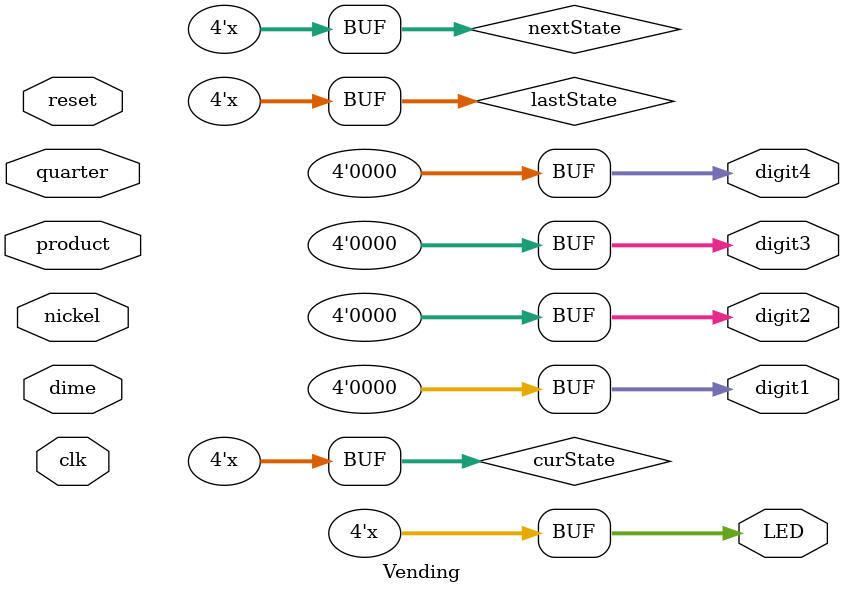
<source format=v>
`timescale 1ns / 1ps


module Vending(nickel, dime, quarter, product, LED, clk, reset, digit1, digit2, digit3, digit4);
    input clk, reset, nickel, dime, quarter; 
    input [3:0]product;
    output reg [3:0]LED; 
    output reg [3:0]digit1; 
    output reg [3:0]digit2; 
    output reg [3:0]digit3; 
    output reg [3:0]digit4;
    
    reg [3:0]lastState, curState, nextState;
    parameter zero = 0, five = 1, ten = 2, fifteen = 3, twenty = 4, twentyFive = 5, thirty = 6, thirtyFive = 7, change = 8;
    parameter prod1 = 4'b0001, prod2 = 4'b0010, prod3 = 4'b0100, prod4 = 4'b1000;
    
    //state-transitioning logic
    always @( nickel or  dime or  quarter or curState or product)
        case(curState)
            zero: begin
            $display("here @ zero");
                if(nickel) nextState = five;
                else if(dime) nextState = ten;
                else if(quarter) nextState = twentyFive;
                else nextState = zero;
                end
            five: begin
            $display("here @ five");
                if(nickel) nextState = ten;
                else if(dime) nextState = fifteen;
                else if(quarter) nextState = thirty;
                else nextState = five;
                end
            ten: begin
            $display("here @ ten");
                if(nickel) nextState = fifteen;
                else if(dime) nextState = twenty;
                else if(quarter) nextState = thirtyFive;
                else nextState = ten;
                end
            fifteen: begin
                if(nickel) nextState = twenty;
                else if(dime) nextState = twentyFive;
                else if(quarter) nextState = thirtyFive;
                else if(product == prod1) nextState = change;
                else nextState = fifteen;
                end
            twenty: begin
                if(nickel) nextState = twentyFive;
                else if(dime) nextState = thirty;
                else if(quarter) nextState = thirtyFive;
                else if(product == prod1 || product == prod2) nextState = change;
                else nextState = twenty;
                end
            twentyFive: begin
                if(nickel) nextState = thirty;
                else if(dime) nextState = thirtyFive;
                else if(quarter) nextState = thirtyFive;
                else if(product == prod1 || product == prod2 || product == prod3) nextState = change;
                else nextState = twentyFive;
                end
            thirty: begin
                if(nickel) nextState = thirtyFive;
                else if(dime) nextState = thirtyFive;
                else if(quarter) nextState = thirtyFive;
                else if(product == prod1 || product == prod2 || product == prod3 || product == prod4) nextState = change;
                else nextState = thirty;
                end
            thirtyFive: begin
                if(!reset) nextState = thirtyFive;
                else if(product == prod1 || product == prod2 || product == prod3 || product == prod4) nextState = change;
                end
            default: nextState = zero;
        endcase
        
    //synchronous reset + updating states
    always @(posedge clk or posedge reset)   
        if(reset) begin 
            digit1 = 4'b0000;
            digit2 = 4'b0000;
            digit3 = 4'b0000;
            digit4 = 4'b0000;
            LED = 4'b0000;
            curState = zero; end
        else  begin lastState = curState; curState = nextState; end
        
    //output behavior
    always @(curState or product)
        case(curState)
            zero: begin
            $display("displaying  zero");
                digit1 = 4'b0000;
                digit2 = 4'b0000; end
            five: begin
            $display("displaying  five");
                digit1 = 4'b0000;
                digit2 = 4'b0101; end
            ten: begin
            $display("displaying  ten");
                digit1 = 4'b0001;
                digit2 = 4'b0000; end
            fifteen: begin
                digit1 = 4'b0001;
                digit2 = 4'b0101; end
            twenty: begin
                digit1 = 4'b0010;
                digit2 = 4'b0000; end
            twentyFive: begin
                digit1 = 4'b0010;
                digit2 = 4'b0101; end
            thirty: begin
                digit1 = 4'b0011;
                digit2 = 4'b0000; end
            thirtyFive: begin
                digit1 = 4'b0011;
                digit2 = 4'b0101; end
            change: begin
                if(product[0]) begin LED = 4'b0001; digit3 = 4'b0001; digit4 = 4'b0101; end
                else if(product[1]) begin LED = 4'b0010; digit3 = 4'b0010; digit4 = 4'b0000; end
                else if(product[2]) begin LED = 4'b0100; digit3 = 4'b0010; digit4 = 4'b0101; end
                else  begin LED = 4'b1000; digit3 = 4'b0011; digit4 = 4'b0000; end
                case(lastState)
                    fifteen: begin
                        digit1 = 4'b0000;
                        digit2 = 4'b0000; end
                    twenty: begin
                        if(product[0]) begin digit1 = 4'b0000; digit2 = 4'b0101; end
                        else begin digit1 = 4'b0000; digit2 = 4'b0000; end end
                    twentyFive: begin
                        if(product[0]) begin digit1 = 4'b0001; digit2 = 4'b0000; end
                        else if(product[1]) begin digit1 = 4'b0000; digit2 = 4'b0101; end
                        else begin digit1 = 4'b0000; digit2 = 4'b0101; end end
                    thirty: begin
                        if(product[0]) begin digit1 = 4'b0001; digit2 = 4'b0101; end
                        else if(product[1]) begin digit1 = 4'b0001; digit2 = 4'b0000; end
                        else if(product[2]) begin digit1 = 4'b0000; digit2 = 4'b0101; end
                        else begin digit1 = 4'b0000; digit2 = 4'b0000; end end   
                    thirtyFive: begin
                        if(product[0]) begin digit1 = 4'b0010; digit2 = 4'b0000; end
                        else if(product[1]) begin digit1 = 4'b0001; digit2 = 4'b0101; end
                        else if(product[2]) begin digit1 = 4'b0001; digit2 = 4'b0000; end
                        else begin digit1 = 4'b0000; digit2 = 4'b0101; end end
                    default: begin
                    $display("reseting 2");
                        digit1 = 4'b0000;
                        digit2 = 4'b0000;
                        digit3 = 4'b0000;
                        digit4 = 4'b0000;end
                endcase
                #5
                digit1 = 4'b0000;
                digit2 = 4'b0000;
                digit3 = 4'b0000;
                digit4 = 4'b0000;
                LED = 4'b0000; 
            curState = zero; nextState = zero; lastState = zero; end
            default: begin
            $display("reseting 3");
                 digit1 = 4'b0000;
                 digit2 = 4'b0000;
                 digit3 = 4'b0000;
                 digit4 = 4'b0000;end
            endcase    
endmodule

</source>
